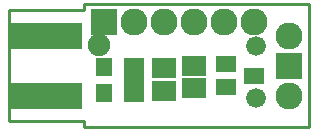
<source format=gbs>
G04 #@! TF.FileFunction,Soldermask,Bot*
%FSLAX46Y46*%
G04 Gerber Fmt 4.6, Leading zero omitted, Abs format (unit mm)*
G04 Created by KiCad (PCBNEW 0.201511011201+6288~30~ubuntu15.10.1-product) date Wed Nov  4 22:56:01 2015*
%MOMM*%
G01*
G04 APERTURE LIST*
%ADD10C,0.150000*%
%ADD11C,0.254000*%
%ADD12R,1.397000X1.524000*%
%ADD13R,1.778000X1.397000*%
%ADD14R,2.006600X1.808480*%
%ADD15R,1.651000X1.905000*%
%ADD16C,2.286000*%
%ADD17R,2.286000X2.286000*%
%ADD18C,1.905000*%
%ADD19C,1.676400*%
%ADD20R,6.350000X2.286000*%
G04 APERTURE END LIST*
D10*
D11*
X31750000Y-25908000D02*
X31750000Y-25400000D01*
X25400000Y-25908000D02*
X31750000Y-25908000D01*
X31750000Y-35306000D02*
X31750000Y-35814000D01*
X25400000Y-35306000D02*
X31750000Y-35306000D01*
X25400000Y-35306000D02*
X25400000Y-25908000D01*
X50800000Y-35814000D02*
X31750000Y-35814000D01*
X50800000Y-25400000D02*
X50800000Y-35814000D01*
X31750000Y-25400000D02*
X50800000Y-25400000D01*
D12*
X33464500Y-30734000D03*
X33464500Y-32893000D03*
D13*
X43751500Y-32385000D03*
X46164500Y-31432500D03*
X43751500Y-30480000D03*
D14*
X38481000Y-30797500D03*
X38481000Y-32702500D03*
X41021000Y-32512000D03*
X41021000Y-30607000D03*
D15*
X35941000Y-30861000D03*
X35941000Y-32766000D03*
D16*
X49085500Y-33147000D03*
D17*
X33464500Y-26924000D03*
D16*
X36004500Y-26924000D03*
X38544500Y-26924000D03*
X41084500Y-26924000D03*
X43624500Y-26924000D03*
X46164500Y-26924000D03*
D17*
X49085500Y-30607000D03*
D16*
X49085500Y-28067000D03*
D18*
X33020000Y-28829000D03*
D19*
X46291500Y-33337500D03*
X46291500Y-28892500D03*
D20*
X28448000Y-33147000D03*
X28448000Y-28067000D03*
M02*

</source>
